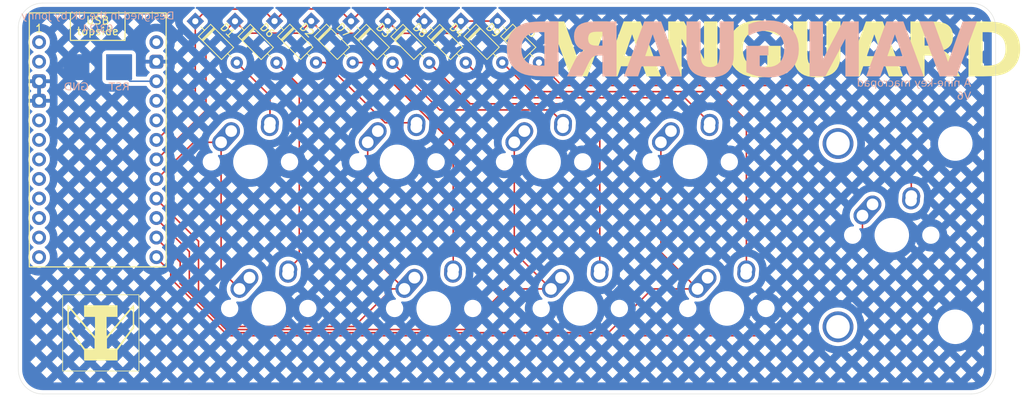
<source format=kicad_pcb>
(kicad_pcb (version 20240108) (generator "pcbnew") (generator_version "8.0")
  (layers (0 "F.Cu" signal) (31 "B.Cu" signal) (34 "B.Paste" user) (35 "F.Paste" user) (36 "B.SilkS" user "B.Silkscreen") (37 "F.SilkS" user "F.Silkscreen") (38 "B.Mask" user) (39 "F.Mask" user) (44 "Edge.Cuts" user))
  (net 0 "")
  (net 1 "col0")
  (net 2 "Net-(D1-A)")
  (net 3 "col1")
  (net 4 "Net-(D2-A)")
  (net 5 "Net-(D3-A)")
  (net 6 "col2")
  (net 7 "col3")
  (net 8 "Net-(D4-A)")
  (net 9 "col4")
  (net 10 "Net-(D5-A)")
  (net 11 "Net-(D6-A)")
  (net 12 "Net-(D7-A)")
  (net 13 "Net-(D8-A)")
  (net 14 "Net-(D9-A)")
  (net 20 "GND")
  (net 24 "RST")
  (net 30 "row0")
  (net 31 "row1")
  (footprint "PCM_marbastlib-xp-alps:SW_Alps_MX_1u" (layer "F.Cu") (at 178.59375 79.771875)
    (property "Reference" "MX8" (hide yes))
    (property "Value" "MX_SW_solder" (hide yes))
    (pad "" np_thru_hole circle (at -5.08 0) (size 1.75 1.75) (drill 1.75) (layers "*.Cu" "*.Mask"))
    (pad "" np_thru_hole circle (at 0 0) (size 3.9878 3.9878) (drill 3.9878) (layers "*.Cu" "*.Mask"))
    (pad "" np_thru_hole circle (at 5.08 0) (size 1.75 1.75) (drill 1.75) (layers "*.Cu" "*.Mask"))
    (pad "1" thru_hole circle (at -3.81 -2.54) (size 2.3 2.3) (drill 1.524) (layers "*.Cu" "B.Mask") (net 6 "col2"))
    (pad "1" thru_hole oval (at -2.5 -4 318.1) (size 2.3 4.262) (drill 1.524 (offset 0 0.981)) (layers "*.Cu" "B.Mask") (net 6 "col2"))
    (pad "2" thru_hole oval (at 2.5 -4.5 176.1) (size 2.3 2.881) (drill 1.524 (offset 0 0.2905)) (layers "*.Cu" "B.Mask") (net 13 "Net-(D8-A)"))
    (pad "2" thru_hole circle (at 2.54 -5.08) (size 2.3 2.3) (drill 1.524) (layers "*.Cu" "B.Mask") (net 13 "Net-(D8-A)"))
  )
  (footprint "Diode_THT:D_DO-35_SOD27_P7.62mm_Horizontal" (layer "F.Cu") (at 148.807898 42.445398 -45)
    (property "Reference" "D3" (at 3.81 -2.12 -45) (layer "F.SilkS"))
    (property "Value" "D_Small")
    (fp_line (start 1.69 1.12) (end 5.93 1.12) (stroke (width 0.12)) (layer "F.SilkS"))
    (fp_line (start 1.04 0) (end 1.689999 0) (stroke (width 0.12)) (layer "F.SilkS"))
    (fp_line (start 1.69 -1.12) (end 1.69 1.12) (stroke (width 0.12)) (layer "F.SilkS"))
    (fp_line (start 2.29 -1.12) (end 2.29 1.12) (stroke (width 0.12)) (layer "F.SilkS"))
    (fp_line (start 2.41 -1.12) (end 2.41 1.12) (stroke (width 0.12)) (layer "F.SilkS"))
    (fp_line (start 2.53 -1.12) (end 2.53 1.12) (stroke (width 0.12)) (layer "F.SilkS"))
    (fp_line (start 5.93 1.12) (end 5.93 -1.12) (stroke (width 0.12)) (layer "F.SilkS"))
    (fp_line (start 6.580001 0) (end 5.93 0) (stroke (width 0.12)) (layer "F.SilkS"))
    (fp_line (start 5.93 -1.12) (end 1.69 -1.12) (stroke (width 0.12)) (layer "F.SilkS"))
    (pad "1" thru_hole rect (at 0 0 315) (size 1.6 1.6) (drill 0.8) (layers "*.Cu" "*.Mask") (net 30 "row0"))
    (pad "2" thru_hole oval (at 7.62 0 315) (size 1.6 1.6) (drill 0.8) (layers "*.Cu" "*.Mask") (net 5 "Net-(D3-A)"))
  )
  (footprint "Diode_THT:D_DO-35_SOD27_P7.62mm_Horizontal" (layer "F.Cu") (at 133.726648 42.445398 -45)
    (property "Reference" "D6" (at 3.81 -2.12 -45) (layer "F.SilkS"))
    (property "Value" "D_Small")
    (fp_line (start 1.69 1.12) (end 5.93 1.12) (stroke (width 0.12)) (layer "F.SilkS"))
    (fp_line (start 1.04 0) (end 1.689999 0) (stroke (width 0.12)) (layer "F.SilkS"))
    (fp_line (start 1.69 -1.12) (end 1.69 1.12) (stroke (width 0.12)) (layer "F.SilkS"))
    (fp_line (start 2.29 -1.12) (end 2.29 1.12) (stroke (width 0.12)) (layer "F.SilkS"))
    (fp_line (start 2.41 -1.12) (end 2.41 1.12) (stroke (width 0.12)) (layer "F.SilkS"))
    (fp_line (start 2.53 -1.12) (end 2.53 1.12) (stroke (width 0.12)) (layer "F.SilkS"))
    (fp_line (start 5.93 1.12) (end 5.93 -1.12) (stroke (width 0.12)) (layer "F.SilkS"))
    (fp_line (start 6.580001 0) (end 5.93 0) (stroke (width 0.12)) (layer "F.SilkS"))
    (fp_line (start 5.93 -1.12) (end 1.69 -1.12) (stroke (width 0.12)) (layer "F.SilkS"))
    (pad "1" thru_hole rect (at 0 0 315) (size 1.6 1.6) (drill 0.8) (layers "*.Cu" "*.Mask") (net 31 "row1"))
    (pad "2" thru_hole oval (at 7.62 0 315) (size 1.6 1.6) (drill 0.8) (layers "*.Cu" "*.Mask") (net 11 "Net-(D6-A)"))
  )
  (footprint "PCM_marbastlib-xp-alps:SW_Alps_MX_1u" (layer "F.Cu") (at 154.78125 60.721875)
    (property "Reference" "MX2" (hide yes))
    (property "Value" "MX_SW_solder" (hide yes))
    (pad "" np_thru_hole circle (at -5.08 0) (size 1.75 1.75) (drill 1.75) (layers "*.Cu" "*.Mask"))
    (pad "" np_thru_hole circle (at 0 0) (size 3.9878 3.9878) (drill 3.9878) (layers "*.Cu" "*.Mask"))
    (pad "" np_thru_hole circle (at 5.08 0) (size 1.75 1.75) (drill 1.75) (layers "*.Cu" "*.Mask"))
    (pad "1" thru_hole circle (at -3.81 -2.54) (size 2.3 2.3) (drill 1.524) (layers "*.Cu" "B.Mask") (net 3 "col1"))
    (pad "1" thru_hole oval (at -2.5 -4 318.1) (size 2.3 4.262) (drill 1.524 (offset 0 0.981)) (layers "*.Cu" "B.Mask") (net 3 "col1"))
    (pad "2" thru_hole oval (at 2.5 -4.5 176.1) (size 2.3 2.881) (drill 1.524 (offset 0 0.2905)) (layers "*.Cu" "B.Mask") (net 4 "Net-(D2-A)"))
    (pad "2" thru_hole circle (at 2.54 -5.08) (size 2.3 2.3) (drill 1.524) (layers "*.Cu" "B.Mask") (net 4 "Net-(D2-A)"))
  )
  (footprint "PCM_marbastlib-xp-alps:SW_Alps_MX_1u" (layer "F.Cu") (at 219.075 70.246875)
    (property "Reference" "MX5" (hide yes))
    (property "Value" "MX_SW_solder" (hide yes))
    (pad "" np_thru_hole circle (at -5.08 0) (size 1.75 1.75) (drill 1.75) (layers "*.Cu" "*.Mask"))
    (pad "" np_thru_hole circle (at 0 0) (size 3.9878 3.9878) (drill 3.9878) (layers "*.Cu" "*.Mask"))
    (pad "" np_thru_hole circle (at 5.08 0) (size 1.75 1.75) (drill 1.75) (layers "*.Cu" "*.Mask"))
    (pad "1" thru_hole circle (at -3.81 -2.54) (size 2.3 2.3) (drill 1.524) (layers "*.Cu" "B.Mask") (net 9 "col4"))
    (pad "1" thru_hole oval (at -2.5 -4 318.1) (size 2.3 4.262) (drill 1.524 (offset 0 0.981)) (layers "*.Cu" "B.Mask") (net 9 "col4"))
    (pad "2" thru_hole oval (at 2.5 -4.5 176.1) (size 2.3 2.881) (drill 1.524 (offset 0 0.2905)) (layers "*.Cu" "B.Mask") (net 10 "Net-(D5-A)"))
    (pad "2" thru_hole circle (at 2.54 -5.08) (size 2.3 2.3) (drill 1.524) (layers "*.Cu" "B.Mask") (net 10 "Net-(D5-A)"))
  )
  (footprint "Diode_THT:D_DO-35_SOD27_P7.62mm_Horizontal" (layer "F.Cu") (at 128.567273 42.445398 -45)
    (property "Reference" "D1" (at 3.81 -2.12 -45) (layer "F.SilkS"))
    (property "Value" "D_Small")
    (fp_line (start 1.69 1.12) (end 5.93 1.12) (stroke (width 0.12)) (layer "F.SilkS"))
    (fp_line (start 1.04 0) (end 1.689999 0) (stroke (width 0.12)) (layer "F.SilkS"))
    (fp_line (start 1.69 -1.12) (end 1.69 1.12) (stroke (width 0.12)) (layer "F.SilkS"))
    (fp_line (start 2.29 -1.12) (end 2.29 1.12) (stroke (width 0.12)) (layer "F.SilkS"))
    (fp_line (start 2.41 -1.12) (end 2.41 1.12) (stroke (width 0.12)) (layer "F.SilkS"))
    (fp_line (start 2.53 -1.12) (end 2.53 1.12) (stroke (width 0.12)) (layer "F.SilkS"))
    (fp_line (start 5.93 1.12) (end 5.93 -1.12) (stroke (width 0.12)) (layer "F.SilkS"))
    (fp_line (start 6.580001 0) (end 5.93 0) (stroke (width 0.12)) (layer "F.SilkS"))
    (fp_line (start 5.93 -1.12) (end 1.69 -1.12) (stroke (width 0.12)) (layer "F.SilkS"))
    (pad "1" thru_hole rect (at 0 0 315) (size 1.6 1.6) (drill 0.8) (layers "*.Cu" "*.Mask") (net 30 "row0"))
    (pad "2" thru_hole oval (at 7.62 0 315) (size 1.6 1.6) (drill 0.8) (layers "*.Cu" "*.Mask") (net 2 "Net-(D1-A)"))
  )
  (footprint "Diode_THT:D_DO-35_SOD27_P7.62mm_Horizontal" (layer "F.Cu") (at 138.865795 42.42517 -45)
    (property "Reference" "D2" (at 3.81 -2.12 -45) (layer "F.SilkS"))
    (property "Value" "D_Small")
    (fp_line (start 1.69 1.12) (end 5.93 1.12) (stroke (width 0.12)) (layer "F.SilkS"))
    (fp_line (start 1.04 0) (end 1.689999 0) (stroke (width 0.12)) (layer "F.SilkS"))
    (fp_line (start 1.69 -1.12) (end 1.69 1.12) (stroke (width 0.12)) (layer "F.SilkS"))
    (fp_line (start 2.29 -1.12) (end 2.29 1.12) (stroke (width 0.12)) (layer "F.SilkS"))
    (fp_line (start 2.41 -1.12) (end 2.41 1.12) (stroke (width 0.12)) (layer "F.SilkS"))
    (fp_line (start 2.53 -1.12) (end 2.53 1.12) (stroke (width 0.12)) (layer "F.SilkS"))
    (fp_line (start 5.93 1.12) (end 5.93 -1.12) (stroke (width 0.12)) (layer "F.SilkS"))
    (fp_line (start 6.580001 0) (end 5.93 0) (stroke (width 0.12)) (layer "F.SilkS"))
    (fp_line (start 5.93 -1.12) (end 1.69 -1.12) (stroke (width 0.12)) (layer "F.SilkS"))
    (pad "1" thru_hole rect (at 0 0 315) (size 1.6 1.6) (drill 0.8) (layers "*.Cu" "*.Mask") (net 30 "row0"))
    (pad "2" thru_hole oval (at 7.62 0 315) (size 1.6 1.6) (drill 0.8) (layers "*.Cu" "*.Mask") (net 4 "Net-(D2-A)"))
  )
  (footprint "PCM_marbastlib-xp-alps:SW_Alps_MX_1u" (layer "F.Cu") (at 173.83125 60.721875)
    (property "Reference" "MX3" (hide yes))
    (property "Value" "MX_SW_solder" (hide yes))
    (pad "" np_thru_hole circle (at -5.08 0) (size 1.75 1.75) (drill 1.75) (layers "*.Cu" "*.Mask"))
    (pad "" np_thru_hole circle (at 0 0) (size 3.9878 3.9878) (drill 3.9878) (layers "*.Cu" "*.Mask"))
    (pad "" np_thru_hole circle (at 5.08 0) (size 1.75 1.75) (drill 1.75) (layers "*.Cu" "*.Mask"))
    (pad "1" thru_hole circle (at -3.81 -2.54) (size 2.3 2.3) (drill 1.524) (layers "*.Cu" "B.Mask") (net 6 "col2"))
    (pad "1" thru_hole oval (at -2.5 -4 318.1) (size 2.3 4.262) (drill 1.524 (offset 0 0.981)) (layers "*.Cu" "B.Mask") (net 6 "col2"))
    (pad "2" thru_hole oval (at 2.5 -4.5 176.1) (size 2.3 2.881) (drill 1.524 (offset 0 0.2905)) (layers "*.Cu" "B.Mask") (net 5 "Net-(D3-A)"))
    (pad "2" thru_hole circle (at 2.54 -5.08) (size 2.3 2.3) (drill 1.524) (layers "*.Cu" "B.Mask") (net 5 "Net-(D3-A)"))
  )
  (footprint "PCM_marbastlib-xp-alps:SW_Alps_MX_1u" (layer "F.Cu") (at 197.64375 79.771875)
    (property "Reference" "MX9" (hide yes))
    (property "Value" "MX_SW_solder" (hide yes))
    (pad "" np_thru_hole circle (at -5.08 0) (size 1.75 1.75) (drill 1.75) (layers "*.Cu" "*.Mask"))
    (pad "" np_thru_hole circle (at 0 0) (size 3.9878 3.9878) (drill 3.9878) (layers "*.Cu" "*.Mask"))
    (pad "" np_thru_hole circle (at 5.08 0) (size 1.75 1.75) (drill 1.75) (layers "*.Cu" "*.Mask"))
    (pad "1" thru_hole circle (at -3.81 -2.54) (size 2.3 2.3) (drill 1.524) (layers "*.Cu" "B.Mask") (net 7 "col3"))
    (pad "1" thru_hole oval (at -2.5 -4 318.1) (size 2.3 4.262) (drill 1.524 (offset 0 0.981)) (layers "*.Cu" "B.Mask") (net 7 "col3"))
    (pad "2" thru_hole oval (at 2.5 -4.5 176.1) (size 2.3 2.881) (drill 1.524 (offset 0 0.2905)) (layers "*.Cu" "B.Mask") (net 14 "Net-(D9-A)"))
    (pad "2" thru_hole circle (at 2.54 -5.08) (size 2.3 2.3) (drill 1.524) (layers "*.Cu" "B.Mask") (net 14 "Net-(D9-A)"))
  )
  (footprint "Diode_THT:D_DO-35_SOD27_P7.62mm_Horizontal" (layer "F.Cu") (at 153.570398 42.445398 -45)
    (property "Reference" "D8" (at 3.81 -2.12 -45) (layer "F.SilkS"))
    (property "Value" "D_Small")
    (fp_line (start 1.69 1.12) (end 5.93 1.12) (stroke (width 0.12)) (layer "F.SilkS"))
    (fp_line (start 1.04 0) (end 1.689999 0) (stroke (width 0.12)) (layer "F.SilkS"))
    (fp_line (start 1.69 -1.12) (end 1.69 1.12) (stroke (width 0.12)) (layer "F.SilkS"))
    (fp_line (start 2.29 -1.12) (end 2.29 1.12) (stroke (width 0.12)) (layer "F.SilkS"))
    (fp_line (start 2.41 -1.12) (end 2.41 1.12) (stroke (width 0.12)) (layer "F.SilkS"))
    (fp_line (start 2.53 -1.12) (end 2.53 1.12) (stroke (width 0.12)) (layer "F.SilkS"))
    (fp_line (start 5.93 1.12) (end 5.93 -1.12) (stroke (width 0.12)) (layer "F.SilkS"))
    (fp_line (start 6.580001 0) (end 5.93 0) (stroke (width 0.12)) (layer "F.SilkS"))
    (fp_line (start 5.93 -1.12) (end 1.69 -1.12) (stroke (width 0.12)) (layer "F.SilkS"))
    (pad "1" thru_hole rect (at 0 0 315) (size 1.6 1.6) (drill 0.8) (layers "*.Cu" "*.Mask") (net 31 "row1"))
    (pad "2" thru_hole oval (at 7.62 0 315) (size 1.6 1.6) (drill 0.8) (layers "*.Cu" "*.Mask") (net 13 "Net-(D8-A)"))
  )
  (footprint "PCM_marbastlib-xp-promicroish:ProMicro_USBup" (layer "F.Cu") (at 115.8875 59.134375)
    (property "Reference" "U1" (hide yes))
    (property "Value" "ProMicro")
    (fp_line (start -3.55 -14.2) (end -3.55 -17.78) (stroke (width 0.15)) (layer "F.SilkS"))
    (fp_line (start 3.55 -14.2) (end -3.55 -14.2) (stroke (width 0.15)) (layer "F.SilkS"))
    (fp_line (start 3.55 -14.2) (end 3.55 -17.78) (stroke (width 0.15)) (layer "F.SilkS"))
    (fp_rect (start -8.89 -17.78) (end 8.89 15.24) (stroke (width 0.15)) (fill none) (layer "F.SilkS"))
    (fp_text user "1" (at -7.62 -15.17 0) (layer "F.SilkS") (effects (justify bottom)))
    (fp_text user "USB" (at 0 -16.2 0) (layer "F.SilkS") (effects (justify bottom)))
    (fp_text user "topside" (at 0 -14.8 0) (layer "F.SilkS") (effects (justify bottom)))
    (pad "1" thru_hole circle (at -7.62 -13.97) (size 1.8 1.8) (drill 1) (layers "*.Cu" "B.Mask"))
    (pad "2" thru_hole circle (at -7.62 -11.43) (size 1.8 1.8) (drill 1) (layers "*.Cu" "B.Mask"))
    (pad "3" thru_hole roundrect (at -7.62 -8.89) (size 1.8 1.8) (drill 1) (layers "*.Cu" "B.Mask") (net 20 "GND"))
    (pad "4" thru_hole roundrect (at -7.62 -6.35) (size 1.8 1.8) (drill 1) (layers "*.Cu" "B.Mask") (net 20 "GND"))
    (pad "5" thru_hole circle (at -7.62 -3.81) (size 1.8 1.8) (drill 1) (layers "*.Cu" "B.Mask"))
    (pad "6" thru_hole circle (at -7.62 -1.27) (size 1.8 1.8) (drill 1) (layers "*.Cu" "B.Mask"))
    (pad "7" thru_hole circle (at -7.62 1.27) (size 1.8 1.8) (drill 1) (layers "*.Cu" "B.Mask"))
    (pad "8" thru_hole circle (at -7.62 3.81) (size 1.8 1.8) (drill 1) (layers "*.Cu" "B.Mask"))
    (pad "9" thru_hole circle (at -7.62 6.35) (size 1.8 1.8) (drill 1) (layers "*.Cu" "B.Mask"))
    (pad "10" thru_hole circle (at -7.62 8.89) (size 1.8 1.8) (drill 1) (layers "*.Cu" "B.Mask"))
    (pad "11" thru_hole circle (at -7.62 11.43) (size 1.8 1.8) (drill 1) (layers "*.Cu" "B.Mask"))
    (pad "12" thru_hole circle (at -7.62 13.97) (size 1.8 1.8) (drill 1) (layers "*.Cu" "B.Mask"))
    (pad "13" thru_hole circle (at 7.62 -13.97) (size 1.8 1.8) (drill 1) (layers "*.Cu" "B.Mask"))
    (pad "14" thru_hole roundrect (at 7.62 -11.43) (size 1.8 1.8) (drill 1) (layers "*.Cu" "B.Mask") (net 20 "GND"))
    (pad "15" thru_hole circle (at 7.62 -8.89) (size 1.8 1.8) (drill 1) (layers "*.Cu" "B.Mask") (net 24 "RST"))
    (pad "16" thru_hole circle (at 7.62 -6.35) (size 1.8 1.8) (drill 1) (layers "*.Cu" "B.Mask"))
    (pad "17" thru_hole circle (at 7.62 -3.81) (size 1.8 1.8) (drill 1) (layers "*.Cu" "B.Mask"))
    (pad "18" thru_hole circle (at 7.62 -1.27) (size 1.8 1.8) (drill 1) (layers "*.Cu" "B.Mask") (net 30 "row0"))
    (pad "19" thru_hole circle (at 7.62 1.27) (size 1.8 1.8) (drill 1) (layers "*.Cu" "B.Mask") (net 31 "row1"))
    (pad "20" thru_hole circle (at 7.62 3.81) (size 1.8 1.8) (drill 1) (layers "*.Cu" "B.Mask") (net 1 "col0"))
    (pad "21" thru_hole circle (at 7.62 6.35) (size 1.8 1.8) (drill 1) (layers "*.Cu" "B.Mask") (net 3 "col1"))
    (pad "22" thru_hole circle (at 7.62 8.89) (size 1.8 1.8) (drill 1) (layers "*.Cu" "B.Mask") (net 6 "col2"))
    (pad "23" thru_hole circle (at 7.62 11.43) (size 1.8 1.8) (drill 1) (layers "*.Cu" "B.Mask") (net 7 "col3"))
    (pad "24" thru_hole circle (at 7.62 13.97) (size 1.8 1.8) (drill 1) (layers "*.Cu" "B.Mask") (net 9 "col4"))
  )
  (footprint "Diode_THT:D_DO-35_SOD27_P7.62mm_Horizontal" (layer "F.Cu") (at 163.07517 42.42517 -45)
    (property "Reference" "D9" (at 3.81 -2.12 -45) (layer "F.SilkS"))
    (property "Value" "D_Small")
    (fp_line (start 1.69 1.12) (end 5.93 1.12) (stroke (width 0.12)) (layer "F.SilkS"))
    (fp_line (start 1.04 0) (end 1.689999 0) (stroke (width 0.12)) (layer "F.SilkS"))
    (fp_line (start 1.69 -1.12) (end 1.69 1.12) (stroke (width 0.12)) (layer "F.SilkS"))
    (fp_line (start 2.29 -1.12) (end 2.29 1.12) (stroke (width 0.12)) (layer "F.SilkS"))
    (fp_line (start 2.41 -1.12) (end 2.41 1.12) (stroke (width 0.12)) (layer "F.SilkS"))
    (fp_line (start 2.53 -1.12) (end 2.53 1.12) (stroke (width 0.12)) (layer "F.SilkS"))
    (fp_line (start 5.93 1.12) (end 5.93 -1.12) (stroke (width 0.12)) (layer "F.SilkS"))
    (fp_line (start 6.580001 0) (end 5.93 0) (stroke (width 0.12)) (layer "F.SilkS"))
    (fp_line (start 5.93 -1.12) (end 1.69 -1.12) (stroke (width 0.12)) (layer "F.SilkS"))
    (pad "1" thru_hole rect (at 0 0 315) (size 1.6 1.6) (drill 0.8) (layers "*.Cu" "*.Mask") (net 31 "row1"))
    (pad "2" thru_hole oval (at 7.62 0 315) (size 1.6 1.6) (drill 0.8) (layers "*.Cu" "*.Mask") (net 14 "Net-(D9-A)"))
  )
  (footprint "LOGO" (layer "F.Cu") (at 116.284375 82.946875)
    (property "Reference" "G***" (hide yes))
    (property "Value" "LOGO" (hide yes))
    (fp_poly (pts (xy 5.004461 0) (xy 5.004461 5.004461) (xy 0 5.004461) (xy -5.00446 5.004461) (xy -5.00446 0) (xy -5.00446 -4.910037) (xy -4.910037 -4.910037) (xy -4.910037 0) (xy -4.910037 4.910038) (xy 0 4.910038) (xy 4.910038 4.910038) (xy 4.910038 0) (xy 4.910038 -4.910037) (xy 0 -4.910037) (xy -4.910037 -4.910037) (xy -5.00446 -4.910037) (xy -5.00446 -5.00446) (xy 0 -5.00446) (xy 5.004461 -5.00446)) (fill solid) (layer "F.SilkS"))
    (fp_poly (pts (xy 4.283436 -3.630121) (xy 4.301851 -3.608133) (xy 4.31608 -3.559742) (xy 4.326657 -3.475338) (xy 4.334118 -3.345314) (xy 4.338997 -3.160061) (xy 4.34183 -2.909968) (xy 4.34315 -2.585428) (xy 4.343494 -2.176832) (xy 4.343495 -2.140755) (xy 4.343495 -0.646194) (xy 3.257621 0.802603) (xy 2.171748 2.251399) (xy 2.171748 2.919752) (xy 2.171748 3.588105) (xy 0 3.588105) (xy -2.171747 3.588105) (xy -2.171747 2.926636) (xy -2.171747 2.265168) (xy -3.25762 0.818051) (xy -4.343494 -0.629066) (xy -4.343494 -0.771884) (xy -4.154646 -0.771884) (xy -3.104693 0.629114) (xy -2.05474 2.030112) (xy -1.428671 2.030112) (xy -0.802602 2.030112) (xy 0.802603 2.030112) (xy 1.428672 2.030112) (xy 2.054741 2.030112) (xy 3.104694 0.629114) (xy 4.154647 -0.771884) (xy 4.154647 -2.001263) (xy 4.154079 -2.376012) (xy 4.15201 -2.665795) (xy 4.147897 -2.880063) (xy 4.141195 -3.028267) (xy 4.131359 -3.11986) (xy 4.117845 -3.164295) (xy 4.100109 -3.171022) (xy 4.087807 -3.16151) (xy 4.045543 -3.11286) (xy 3.948765 -2.998578) (xy 3.803316 -2.825647) (xy 3.615041 -2.601048) (xy 3.389782 -2.331765) (xy 3.133384 -2.024778) (xy 2.85169 -1.687071) (xy 2.550544 -1.325625) (xy 2.411785 -1.158948) (xy 0.802603 0.774484) (xy 0.802603 1.402298) (xy 0.802603 2.030112) (xy -0.802602 2.030112) (xy -0.803362 1.404554) (xy -0.804122 0.778997) (xy -2.436462 -1.180297) (xy -2.74582 -1.551498) (xy -3.037575 -1.901345) (xy -3.306033 -2.223026) (xy -3.545498 -2.509726) (xy -3.750274 -2.754631) (xy -3.914665 -2.950928) (xy -4.032976 -3.091802) (xy -4.09951 -3.17044) (xy -4.111725 -3.184442) (xy -4.124601 -3.152902) (xy -4.135551 -3.034763) (xy -4.144291 -2.837837) (xy -4.150539 -2.569934) (xy -4.154012 -2.238865) (xy -4.154646 -2.000588) (xy -4.154646 -0.771884) (xy -4.343494 -0.771884) (xy -4.343494 -2.132191) (xy -4.343207 -2.549134) (xy -4.341993 -2.881237) (xy -4.339322 -3.13808) (xy -4.334662 -3.329246) (xy -4.327484 -3.464315) (xy -4.317258 -3.552871) (xy -4.303453 -3.604495) (xy -4.285539 -3.628768) (xy -4.262985 -3.635273) (xy -4.260298 -3.635316) (xy -4.211296 -3.599075) (xy -4.105836 -3.492465) (xy -3.94669 -3.318655) (xy -3.736628 -3.080816) (xy -3.478422 -2.782116) (xy -3.17484 -2.425725) (xy -2.828655 -2.014812) (xy -2.503104 -1.625197) (xy -2.19018 -1.249819) (xy -1.894978 -0.896429) (xy -1.623082 -0.571662) (xy -1.380074 -0.282152) (xy -1.171538 -0.034533) (xy -1.003056 0.164563) (xy -0.880211 0.3085) (xy -0.808586 0.390646) (xy -0.792248 0.407701) (xy -0.782479 0.368749) (xy -0.773682 0.247345) (xy -0.766217 0.055457) (xy -0.760441 -0.194945) (xy -0.756712 -0.491893) (xy -0.75539 -0.823416) (xy -0.75539 -0.823421) (xy -0.75539 -2.077323) (xy -1.463568 -2.077323) (xy -2.171747 -2.077323) (xy -2.171747 -2.832713) (xy -2.171747 -3.588104) (xy 0 -3.588104) (xy 2.171748 -3.588104) (xy 2.171748 -2.832713) (xy 2.171748 -2.077323) (xy 1.463569 -2.077323) (xy 0.755391 -2.077323) (xy 0.755391 -0.823421) (xy 0.756713 -0.491898) (xy 0.760442 -0.19495) (xy 0.766218 0.055453) (xy 0.773683 0.247342) (xy 0.78248 0.368748) (xy 0.792249 0.407701) (xy 0.828533 0.368138) (xy 0.919574 0.262581) (xy 1.059789 0.097663) (xy 1.243596 -0.119982) (xy 1.465411 -0.383721) (xy 1.719652 -0.68692) (xy 2.000736 -1.022945) (xy 2.303079 -1.385161) (xy 2.503105 -1.625197) (xy 2.883312 -2.079944) (xy 3.223269 -2.482863) (xy 3.520206 -2.830783) (xy 3.771352 -3.120536) (xy 3.973936 -3.348952) (xy 4.125188 -3.512861) (xy 4.222337 -3.609095) (xy 4.260299 -3.635316)) (fill solid) (layer "F.SilkS"))
  )
  (footprint "Diode_THT:D_DO-35_SOD27_P7.62mm_Horizontal" (layer "F.Cu") (at 143.628295 42.42517 -45)
    (property "Reference" "D7" (at 3.81 -2.12 -45) (layer "F.SilkS"))
    (property "Value" "D_Small")
    (fp_line (start 1.69 1.12) (end 5.93 1.12) (stroke (width 0.12)) (layer "F.SilkS"))
    (fp_line (start 1.04 0) (end 1.689999 0) (stroke (width 0.12)) (layer "F.SilkS"))
    (fp_line (start 1.69 -1.12) (end 1.69 1.12) (stroke (width 0.12)) (layer "F.SilkS"))
    (fp_line (start 2.29 -1.12) (end 2.29 1.12) (stroke (width 0.12)) (layer "F.SilkS"))
    (fp_line (start 2.41 -1.12) (end 2.41 1.12) (stroke (width 0.12)) (layer "F.SilkS"))
    (fp_line (start 2.53 -1.12) (end 2.53 1.12) (stroke (width 0.12)) (layer "F.SilkS"))
    (fp_line (start 5.93 1.12) (end 5.93 -1.12) (stroke (width 0.12)) (layer "F.SilkS"))
    (fp_line (start 6.580001 0) (end 5.93 0) (stroke (width 0.12)) (layer "F.SilkS"))
    (fp_line (start 5.93 -1.12) (end 1.69 -1.12) (stroke (width 0.12)) (layer "F.SilkS"))
    (pad "1" thru_hole rect (at 0 0 315) (size 1.6 1.6) (drill 0.8) (layers "*.Cu" "*.Mask") (net 31 "row1"))
    (pad "2" thru_hole oval (at 7.62 0 315) (size 1.6 1.6) (drill 0.8) (layers "*.Cu" "*.Mask") (net 12 "Net-(D7-A)"))
  )
  (footprint "PCM_marbastlib-xp-alps:SW_Alps_MX_1u" (layer "F.Cu") (at 159.54375 79.771875)
    (property "Reference" "MX7" (hide yes))
    (property "Value" "MX_SW_solder" (hide yes))
    (pad "" np_thru_hole circle (at -5.08 0) (size 1.75 1.75) (drill 1.75) (layers "*.Cu" "*.Mask"))
    (pad "" np_thru_hole circle (at 0 0) (size 3.9878 3.9878) (drill 3.9878) (layers "*.Cu" "*.Mask"))
    (pad "" np_thru_hole circle (at 5.08 0) (size 1.75 1.75) (drill 1.75) (layers "*.Cu" "*.Mask"))
    (pad "1" thru_hole circle (at -3.81 -2.54) (size 2.3 2.3) (drill 1.524) (layers "*.Cu" "B.Mask") (net 3 "col1"))
    (pad "1" thru_hole oval (at -2.5 -4 318.1) (size 2.3 4.262) (drill 1.524 (offset 0 0.981)) (layers "*.Cu" "B.Mask") (net 3 "col1"))
    (pad "2" thru_hole oval (at 2.5 -4.5 176.1) (size 2.3 2.881) (drill 1.524 (offset 0 0.2905)) (layers "*.Cu" "B.Mask") (net 12 "Net-(D7-A)"))
    (pad "2" thru_hole circle (at 2.54 -5.08) (size 2.3 2.3) (drill 1.524) (layers "*.Cu" "B.Mask") (net 12 "Net-(D7-A)"))
  )
  (footprint "PCM_marbastlib-mx:STAB_MX_P_ISO" (layer "F.Cu") (at 219.075 70.246875)
    (property "Reference" "S1" (hide yes))
    (property "Value" "MX_stab")
    (pad "" thru_hole circle (at -6.985 -11.90625) (size 4 4) (drill 3.048) (layers "*.Cu" "B.Mask"))
    (pad "" thru_hole circle (at -6.985 11.90625) (size 4 4) (drill 3.048) (layers "*.Cu" "B.Mask"))
    (pad "" np_thru_hole circle (at 8.255 -11.90625 90) (size 3.9878 3.9878) (drill 3.9878) (layers "*.Cu" "*.Mask"))
    (pad "" np_thru_hole circle (at 8.255 11.90625 90) (size 3.9878 3.9878) (drill 3.9878) (layers "*.Cu" "*.Mask"))
  )
  (footprint "Diode_THT:D_DO-35_SOD27_P7.62mm_Horizontal" (layer "F.Cu") (at 167.83767 42.42517 -45)
    (property "Reference" "D5" (at 3.81 -2.12 -45) (layer "F.SilkS"))
    (property "Value" "D_Small")
    (fp_line (start 1.69 1.12) (end 5.93 1.12) (stroke (width 0.12)) (layer "F.SilkS"))
    (fp_line (start 1.04 0) (end 1.689999 0) (stroke (width 0.12)) (layer "F.SilkS"))
    (fp_line (start 1.69 -1.12) (end 1.69 1.12) (stroke (width 0.12)) (layer "F.SilkS"))
    (fp_line (start 2.29 -1.12) (end 2.29 1.12) (stroke (width 0.12)) (layer "F.SilkS"))
    (fp_line (start 2.41 -1.12) (end 2.41 1.12) (stroke (width 0.12)) (layer "F.SilkS"))
    (fp_line (start 2.53 -1.12) (end 2.53 1.12) (stroke (width 0.12)) (layer "F.SilkS"))
    (fp_line (start 5.93 1.12) (end 5.93 -1.12) (stroke (width 0.12)) (layer "F.SilkS"))
    (fp_line (start 6.580001 0) (end 5.93 0) (stroke (width 0.12)) (layer "F.SilkS"))
    (fp_line (start 5.93 -1.12) (end 1.69 -1.12) (stroke (width 0.12)) (layer "F.SilkS"))
    (pad "1" thru_hole rect (at 0 0 315) (size 1.6 1.6) (drill 0.8) (layers "*.Cu" "*.Mask") (net 31 "row1"))
    (pad "2" thru_hole oval (at 7.62 0 315) (size 1.6 1.6) (drill 0.8) (layers "*.Cu" "*.Mask") (net 10 "Net-(D5-A)"))
  )
  (footprint "PCM_marbastlib-xp-alps:SW_Alps_MX_1u" (layer "F.Cu") (at 135.73125 60.721875)
    (property "Reference" "MX1" (hide yes))
    (property "Value" "MX_SW_solder" (hide yes))
    (pad "" np_thru_hole circle (at -5.08 0) (size 1.75 1.75) (drill 1.75) (layers "*.Cu" "*.Mask"))
    (pad "" np_thru_hole circle (at 0 0) (size 3.9878 3.9878) (drill 3.9878) (layers "*.Cu" "*.Mask"))
    (pad "" np_thru_hole circle (at 5.08 0) (size 1.75 1.75) (drill 1.75) (layers "*.Cu" "*.Mask"))
    (pad "1" thru_hole circle (at -3.81 -2.54) (size 2.3 2.3) (drill 1.524) (layers "*.Cu" "B.Mask") (net 1 "col0"))
    (pad "1" thru_hole oval (at -2.5 -4 318.1) (size 2.3 4.262) (drill 1.524 (offset 0 0.981)) (layers "*.Cu" "B.Mask") (net 1 "col0"))
    (pad "2" thru_hole oval (at 2.5 -4.5 176.1) (size 2.3 2.881) (drill 1.524 (offset 0 0.2905)) (layers "*.Cu" "B.Mask") (net 2 "Net-(D1-A)"))
    (pad "2" thru_hole circle (at 2.54 -5.08) (size 2.3 2.3) (drill 1.524) (layers "*.Cu" "B.Mask") (net 2 "Net-(D1-A)"))
  )
  (footprint "Diode_THT:D_DO-35_SOD27_P7.62mm_Horizontal" (layer "F.Cu") (at 158.332898 42.445398 -45)
    (property "Reference" "D4" (at 3.81 -2.12 -45) (layer "F.SilkS"))
    (property "Value" "D_Small")
    (fp_line (start 1.69 1.12) (end 5.93 1.12) (stroke (width 0.12)) (layer "F.SilkS"))
    (fp_line (start 1.04 0) (end 1.689999 0) (stroke (width 0.12)) (layer "F.SilkS"))
    (fp_line (start 1.69 -1.12) (end 1.69 1.12) (stroke (width 0.12)) (layer "F.SilkS"))
    (fp_line (start 2.29 -1.12) (end 2.29 1.12) (stroke (width 0.12)) (layer "F.SilkS"))
    (fp_line (start 2.41 -1.12) (end 2.41 1.12) (stroke (width 0.12)) (layer "F.SilkS"))
    (fp_line (start 2.53 -1.12) (end 2.53 1.12) (stroke (width 0.12)) (layer "F.SilkS"))
    (fp_line (start 5.93 1.12) (end 5.93 -1.12) (stroke (width 0.12)) (layer "F.SilkS"))
    (fp_line (start 6.580001 0) (end 5.93 0) (stroke (width 0.12)) (layer "F.SilkS"))
    (fp_line (start 5.93 -1.12) (end 1.69 -1.12) (stroke (width 0.12)) (layer "F.SilkS"))
    (pad "1" thru_hole rect (at 0 0 315) (size 1.6 1.6) (drill 0.8) (layers "*.Cu" "*.Mask") (net 30 "row0"))
    (pad "2" thru_hole oval (at 7.62 0 315) (size 1.6 1.6) (drill 0.8) (layers "*.Cu" "*.Mask") (net 8 "Net-(D4-A)"))
  )
  (footprint "PCM_marbastlib-xp-alps:SW_Alps_MX_1u" (layer "F.Cu") (at 192.88125 60.721875)
    (property "Reference" "MX4" (hide yes))
    (property "Value" "MX_SW_solder" (hide yes))
    (pad "" np_thru_hole circle (at -5.08 0) (size 1.75 1.75) (drill 1.75) (layers "*.Cu" "*.Mask"))
    (pad "" np_thru_hole circle (at 0 0) (size 3.9878 3.9878) (drill 3.9878) (layers "*.Cu" "*.Mask"))
    (pad "" np_thru_hole circle (at 5.08 0) (size 1.75 1.75) (drill 1.75) (layers "*.Cu" "*.Mask"))
    (pad "1" thru_hole circle (at -3.81 -2.54) (size 2.3 2.3) (drill 1.524) (layers "*.Cu" "B.Mask") (net 7 "col3"))
    (pad "1" thru_hole oval (at -2.5 -4 318.1) (size 2.3 4.262) (drill 1.524 (offset 0 0.981)) (layers "*.Cu" "B.Mask") (net 7 "col3"))
    (pad "2" thru_hole oval (at 2.5 -4.5 176.1) (size 2.3 2.881) (drill 1.524 (offset 0 0.2905)) (layers "*.Cu" "B.Mask") (net 8 "Net-(D4-A)"))
    (pad "2" thru_hole circle (at 2.54 -5.08) (size 2.3 2.3) (drill 1.524) (layers "*.Cu" "B.Mask") (net 8 "Net-(D4-A)"))
  )
  (footprint "PCM_marbastlib-xp-alps:SW_Alps_MX_1.25u" (layer "F.Cu") (at 138.1125 79.771875)
    (property "Reference" "MX6" (hide yes))
    (property "Value" "MX_SW_solder" (hide yes))
    (pad "" np_thru_hole circle (at -5.08 0) (size 1.75 1.75) (drill 1.75) (layers "*.Cu" "*.Mask"))
    (pad "" np_thru_hole circle (at 0 0) (size 3.9878 3.9878) (drill 3.9878) (layers "*.Cu" "*.Mask"))
    (pad "" np_thru_hole circle (at 5.08 0) (size 1.75 1.75) (drill 1.75) (layers "*.Cu" "*.Mask"))
    (pad "1" thru_hole circle (at -3.81 -2.54) (size 2.3 2.3) (drill 1.524) (layers "*.Cu" "B.Mask") (net 1 "col0"))
    (pad "1" thru_hole oval (at -2.5 -4 318.1) (size 2.3 4.262) (drill 1.524 (offset 0 0.981)) (layers "*.Cu" "B.Mask") (net 1 "col0"))
    (pad "2" thru_hole oval (at 2.5 -4.5 176.1) (size 2.3 2.881) (drill 1.524 (offset 0 0.2905)) (layers "*.Cu" "B.Mask") (net 11 "Net-(D6-A)"))
    (pad "2" thru_hole circle (at 2.54 -5.08) (size 2.3 2.3) (drill 1.524) (layers "*.Cu" "B.Mask") (net 11 "Net-(D6-A)"))
  )
  (gr_rect (start 117.078125 46.83125) (end 120.253125 50.00625) (stroke (width 0.2)) (fill solid) (layer "B.Cu") (net 24))
  (gr_rect (start 111.521875 46.83125) (end 114.696875 50.00625) (stroke (width 0.2)) (fill solid) (layer "B.Cu") (net 20))
  (gr_line (start 127.79375 90.884375) (end 108.74375 90.884375) (stroke (width 0.05)) (layer "Edge.Cuts"))
  (gr_arc (start 232.56875 87.709375) (mid 231.638814 89.954439) (end 229.39375 90.884375) (stroke (width 0.05)) (layer "Edge.Cuts"))
  (gr_arc (start 108.74375 90.884375) (mid 106.498686 89.954439) (end 105.56875 87.709375) (stroke (width 0.05)) (layer "Edge.Cuts"))
  (gr_line (start 105.56875 43.259375) (end 105.56875 87.709375) (stroke (width 0.05)) (layer "Edge.Cuts"))
  (gr_line (start 232.56875 43.259375) (end 232.56875 87.709375) (stroke (width 0.05)) (layer "Edge.Cuts"))
  (gr_line (start 229.39375 90.884375) (end 127.79375 90.884375) (stroke (width 0.05)) (layer "Edge.Cuts"))
  (gr_line (start 108.74375 40.084375) (end 229.39375 40.084375) (stroke (width 0.05)) (layer "Edge.Cuts"))
  (gr_arc (start 105.56875 43.259375) (mid 106.498686 41.014311) (end 108.74375 40.084375) (stroke (width 0.05)) (layer "Edge.Cuts"))
  (gr_arc (start 229.39375 40.084375) (mid 231.638814 41.014311) (end 232.56875 43.259375) (stroke (width 0.05)) (layer "Edge.Cuts"))
  (gr_text "VANGUARD" (at 230.1875 50.8 -0) (layer "B.SilkS") (effects (font (size 7 7) (thickness 0.3) (bold yes)) (justify left bottom mirror)))
  (gr_text "Designed in the UK by Jonny\n03/24" (at 115.8875 44.053125 0) (layer "B.SilkS") (effects (font (size 1 1) (thickness 0.1)) (justify bottom mirror)))
  (gr_text "A nine-key macropad\nV6\n" (at 229.39375 52.784375 0) (layer "B.SilkS") (effects (font (size 1 1)) (justify left bottom mirror)))
  (gr_text "RST" (at 118.665625 51.59375 0) (layer "B.SilkS") (effects (font (size 1 1)) (justify bottom mirror)))
  (gr_text "GND\n" (at 113.109375 51.59375 0) (layer "B.SilkS") (effects (font (size 1 1)) (justify bottom mirror)))
  (gr_text "VANGUARD" (at 174.625 50.8 0) (layer "F.SilkS") (effects (font (size 7 7) (thickness 0.3) (bold yes)) (justify left bottom)))
  (segment (start 128.349375 58.181875) (end 131.92125 58.181875) (width 0.2) (layer "F.Cu") (net 1))
  (segment (start 123.5075 63.02375) (end 128.349375 58.181875) (width 0.2) (layer "F.Cu") (net 1))
  (segment (start 131.92125 58.181875) (end 131.92125 74.850625) (width 0.2) (layer "F.Cu") (net 1))
  (segment (start 131.92125 74.850625) (end 134.3025 77.231875) (width 0.2) (layer "F.Cu") (net 1))
  (segment (start 138.27125 52.149375) (end 133.955427 47.833552) (width 0.2) (layer "F.Cu") (net 2))
  (segment (start 138.27125 55.641875) (end 138.27125 52.149375) (width 0.2) (layer "F.Cu") (net 2))
  (segment (start 149.223505 82.115775) (end 133.31265 82.115775) (width 0.2) (layer "F.Cu") (net 3))
  (segment (start 150.97125 72.469375) (end 155.73375 77.231875) (width 0.2) (layer "F.Cu") (net 3))
  (segment (start 128.984375 71.040625) (end 123.5075 65.56375) (width 0.2) (layer "F.Cu") (net 3))
  (segment (start 155.73375 77.231875) (end 154.107405 77.231875) (width 0.2) (layer "F.Cu") (net 3))
  (segment (start 133.31265 82.115775) (end 128.984375 77.7875) (width 0.2) (layer "F.Cu") (net 3))
  (segment (start 128.984375 77.7875) (end 128.984375 71.040625) (width 0.2) (layer "F.Cu") (net 3))
  (segment (start 150.97125 58.181875) (end 150.97125 72.469375) (width 0.2) (layer "F.Cu") (net 3))
  (segment (start 154.107405 77.231875) (end 149.223505 82.115775) (width 0.2) (layer "F.Cu") (net 3))
  (segment (start 157.32125 55.641875) (end 153.248773 55.641875) (width 0.2) (layer "F.Cu") (net 4))
  (segment (start 145.420222 47.813324) (end 144.253949 47.813324) (width 0.2) (layer "F.Cu") (net 4))
  (segment (start 153.248773 55.641875) (end 145.420222 47.813324) (width 0.2) (layer "F.Cu") (net 4))
  (segment (start 174.704375 53.975) (end 160.3375 53.975) (width 0.2) (layer "F.Cu") (net 5))
  (segment (start 160.3375 53.975) (end 154.196052 47.833552) (width 0.2) (layer "F.Cu") (net 5))
  (segment (start 176.37125 55.641875) (end 174.704375 53.975) (width 0.2) (layer "F.Cu") (net 5))
  (segment (start 170.02125 72.469375) (end 174.78375 77.231875) (width 0.2) (layer "F.Cu") (net 6))
  (segment (start 170.02125 58.181875) (end 170.02125 72.469375) (width 0.2) (layer "F.Cu") (net 6))
  (segment (start 168.896162 77.231875) (end 163.612262 82.515775) (width 0.2) (layer "F.Cu") (net 6))
  (segment (start 163.612262 82.515775) (end 133.146964 82.515775) (width 0.2) (layer "F.Cu") (net 6))
  (segment (start 133.146964 82.515775) (end 127.79375 77.162561) (width 0.2) (layer "F.Cu") (net 6))
  (segment (start 127.79375 72.39) (end 123.5075 68.10375) (width 0.2) (layer "F.Cu") (net 6))
  (segment (start 174.78375 77.231875) (end 168.896162 77.231875) (width 0.2) (layer "F.Cu") (net 6))
  (segment (start 127.79375 77.162561) (end 127.79375 72.39) (width 0.2) (layer "F.Cu") (net 6))
  (segment (start 182.262262 82.915775) (end 132.981278 82.915775) (width 0.2) (layer "F.Cu") (net 7))
  (segment (start 193.83375 77.231875) (end 187.946162 77.231875) (width 0.2) (layer "F.Cu") (net 7))
  (segment (start 126.603125 76.537622) (end 126.603125 73.739375) (width 0.2) (layer "F.Cu") (net 7))
  (segment (start 187.946162 77.231875) (end 182.262262 82.915775) (width 0.2) (layer "F.Cu") (net 7))
  (segment (start 132.981278 82.915775) (end 126.603125 76.537622) (width 0.2) (layer "F.Cu") (net 7))
  (segment (start 189.07125 58.181875) (end 189.07125 72.469375) (width 0.2) (layer "F.Cu") (net 7))
  (segment (start 126.603125 73.739375) (end 123.5075 70.64375) (width 0.2) (layer "F.Cu") (net 7))
  (segment (start 189.07125 72.469375) (end 193.83375 77.231875) (width 0.2) (layer "F.Cu") (net 7))
  (segment (start 192.166875 52.3875) (end 168.275 52.3875) (width 0.2) (layer "F.Cu") (net 8))
  (segment (start 195.42125 55.641875) (end 192.166875 52.3875) (width 0.2) (layer "F.Cu") (net 8))
  (segment (start 168.275 52.3875) (end 163.721052 47.833552) (width 0.2) (layer "F.Cu") (net 8))
  (segment (start 125.372812 75.872995) (end 132.815592 83.315775) (width 0.2) (layer "F.Cu") (net 9))
  (segment (start 202.915269 83.059019) (end 215.265 70.709287) (width 0.2) (layer "F.Cu") (net 9))
  (segment (start 125.372812 75.049063) (end 125.372812 75.872995) (width 0.2) (layer "F.Cu") (net 9))
  (segment (start 215.265 70.709287) (end 215.265 67.706875) (width 0.2) (layer "F.Cu") (net 9))
  (segment (start 202.658512 83.315775) (end 202.915269 83.059019) (width 0.2) (layer "F.Cu") (net 9))
  (segment (start 202.658513 83.315775) (end 202.915269 83.059019) (width 0.2) (layer "F.Cu") (net 9))
  (segment (start 132.815592 83.315775) (end 202.658513 83.315775) (width 0.2) (layer "F.Cu") (net 9))
  (segment (start 123.5075 73.18375) (end 125.372812 75.049063) (width 0.2) (layer "F.Cu") (net 9))
  (segment (start 208.87447 50.8) (end 176.2125 50.8) (width 0.2) (layer "F.Cu") (net 10))
  (segment (start 221.615 63.54053) (end 208.87447 50.8) (width 0.2) (layer "F.Cu") (net 10))
  (segment (start 221.615 65.166875) (end 221.615 63.54053) (width 0.2) (layer "F.Cu") (net 10))
  (segment (start 176.2125 50.8) (end 173.225824 47.813324) (width 0.2) (layer "F.Cu") (net 10))
  (segment (start 140.6525 74.691875) (end 142.08125 73.263125) (width 0.2) (layer "F.Cu") (net 11))
  (segment (start 142.08125 73.263125) (end 142.08125 50.8) (width 0.2) (layer "F.Cu") (net 11))
  (segment (start 142.08125 50.8) (end 139.114802 47.833552) (width 0.2) (layer "F.Cu") (net 11))
  (segment (start 162.08375 74.691875) (end 162.08375 58.353765) (width 0.2) (layer "F.Cu") (net 12))
  (segment (start 162.08375 58.353765) (end 151.543309 47.813324) (width 0.2) (layer "F.Cu") (net 12))
  (segment (start 151.543309 47.813324) (end 149.016449 47.813324) (width 0.2) (layer "F.Cu") (net 12))
  (segment (start 181.13375 74.691875) (end 181.13375 56.515) (width 0.2) (layer "F.Cu") (net 13))
  (segment (start 181.13375 56.515) (end 177.8 53.18125) (width 0.2) (layer "F.Cu") (net 13))
  (segment (start 177.8 53.18125) (end 164.30625 53.18125) (width 0.2) (layer "F.Cu") (net 13))
  (segment (start 164.30625 53.18125) (end 158.958552 47.833552) (width 0.2) (layer "F.Cu") (net 13))
  (segment (start 200.18375 55.324375) (end 196.453125 51.59375) (width 0.2) (layer "F.Cu") (net 14))
  (segment (start 200.18375 74.691875) (end 200.18375 55.324375) (width 0.2) (layer "F.Cu") (net 14))
  (segment (start 196.453125 51.59375) (end 172.24375 51.59375) (width 0.2) (layer "F.Cu") (net 14))
  (segment (start 172.24375 51.59375) (end 168.463324 47.813324) (width 0.2) (layer "F.Cu") (net 14))
  (segment (start 120.094375 50.244375) (end 119.85625 50.00625) (width 0.2) (layer "B.Cu") (net 24))
  (segment (start 123.5075 50.244375) (end 120.094375 50.244375) (width 0.2) (layer "B.Cu") (net 24))
  (segment (start 140.438587 40.852378) (end 138.865795 42.42517) (width 0.2) (layer "F.Cu") (net 30))
  (segment (start 138.865795 42.42517) (end 137.313231 40.872606) (width 0.2) (layer "F.Cu") (net 30))
  (segment (start 128.567273 52.883977) (end 123.5075 57.94375) (width 0.2) (layer "F.Cu") (net 30))
  (segment (start 150.38069 40.872606) (end 148.807898 42.445398) (width 0.2) (layer "F.Cu") (net 30))
  (segment (start 147.214878 40.852378) (end 140.438587 40.852378) (width 0.2) (layer "F.Cu") (net 30))
  (segment (start 128.567273 42.445398) (end 128.567273 52.883977) (width 0.2) (layer "F.Cu") (net 30))
  (segment (start 156.760106 40.872606) (end 150.38069 40.872606) (width 0.2) (layer "F.Cu") (net 30))
  (segment (start 158.332898 42.445398) (end 156.760106 40.872606) (width 0.2) (layer "F.Cu") (net 30))
  (segment (start 137.313231 40.872606) (end 130.140065 40.872606) (width 0.2) (layer "F.Cu") (net 30))
  (segment (start 130.140065 40.872606) (end 128.567273 42.445398) (width 0.2) (layer "F.Cu") (net 30))
  (segment (start 148.807898 42.445398) (end 147.214878 40.852378) (width 0.2) (layer "F.Cu") (net 30))
  (segment (start 135.279212 43.997962) (end 133.726648 42.445398) (width 0.2) (layer "F.Cu") (net 31))
  (segment (start 129.956335 54.034915) (end 129.956335 46.21571) (width 0.2) (layer "F.Cu") (net 31))
  (segment (start 153.570398 42.445398) (end 151.997606 44.01819) (width 0.2) (layer "F.Cu") (net 31))
  (segment (start 161.48215 44.01819) (end 155.14319 44.01819) (width 0.2) (layer "F.Cu") (net 31))
  (segment (start 123.5075 60.48375) (end 129.956335 54.034915) (width 0.2) (layer "F.Cu") (net 31))
  (segment (start 163.07517 42.42517) (end 161.48215 44.01819) (width 0.2) (layer "F.Cu") (net 31))
  (segment (start 129.956335 46.21571) (end 133.726648 42.445398) (width 0.2) (layer "F.Cu") (net 31))
  (segment (start 145.221315 44.01819) (end 143.628295 42.42517) (width 0.2) (layer "F.Cu") (net 31))
  (segment (start 167.83767 42.42517) (end 163.07517 42.42517) (width 0.2) (layer "F.Cu") (net 31))
  (segment (start 142.055503 43.997962) (end 135.279212 43.997962) (width 0.2) (layer "F.Cu") (net 31))
  (segment (start 143.628295 42.42517) (end 142.055503 43.997962) (width 0.2) (layer "F.Cu") (net 31))
  (segment (start 155.14319 44.01819) (end 153.570398 42.445398) (width 0.2) (layer "F.Cu") (net 31))
  (segment (start 151.997606 44.01819) (end 145.221315 44.01819) (width 0.2) (layer "F.Cu") (net 31))
  (zone (net 20) (net_name "GND") (layer "B.Cu") (connect_pads (clearance 0.5)) (min_thickness 0.25) (fill yes (mode hatch) (thermal_gap 0.5) (thermal_bridge_width 0.5) (smoothing fillet) (island_removal_mode 1) (island_area_min 10) (hatch_thickness 1) (hatch_gap 1) (hatch_orientation 45) (hatch_border_algorithm hatch_thickness) (hatch_min_hole_area 0.3))
    (polygon (pts (xy 234.15625 39.6875) (xy 103.1875 39.6875) (xy 103.1875 91.28125) (xy 234.15625 91.28125)))
  )
)
</source>
